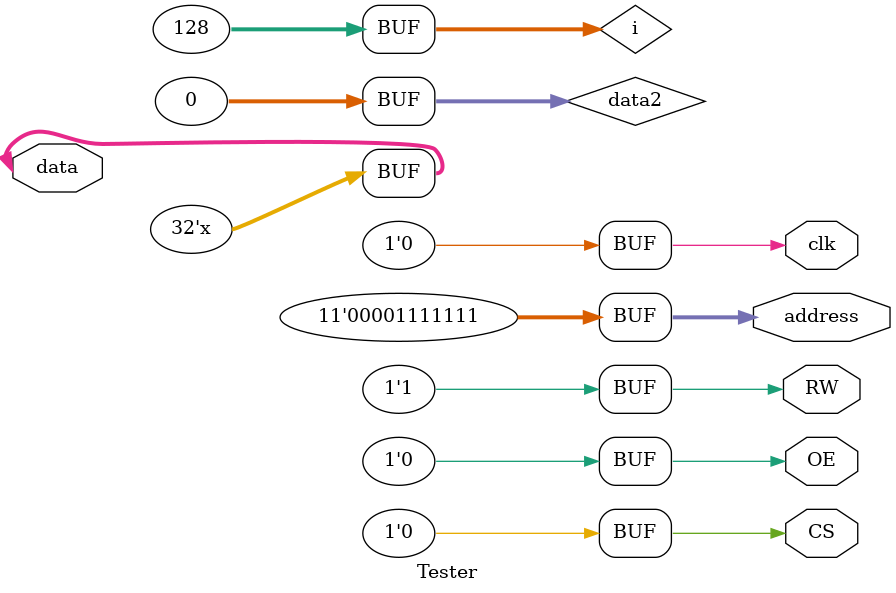
<source format=v>
`include "SRAM.v"

module testBench;
	wire [31:0] data;
	wire CS, OE, RW, clk;
	wire [10:0] address;
	
	SRAM my_SRAM (data, address,OE,CS,RW, clk);
	
	Tester aTester (data, address,OE,CS,RW, clk);
	
	initial
		begin
			$dumpfile ("tester.vcd");
			$dumpvars (1,my_SRAM);
		end
endmodule

module Tester (data, address,OE,CS,RW, clk);
	inout wire [31:0] data;
	output reg CS, OE, RW, clk;
	output reg [10:0] address;
	
	reg [31:0] data2=1'b0;
	
	integer i;
	
	parameter stimDelay = 1;
	assign data= (OE) ? data2 : 32'bz;
	
	initial
		begin
			//$display ("\t clk \t address \t data \t RW \t OE");
			$monitor ("\t clk:%b \t address:%d \t\t data:%d \t RW:%b \t OE:%b",clk,address,data,RW,OE);
		end
	initial
		begin
		/*
			for(i=0; i<128;i++) begin
				
				#stimDelay clk=1'b1;address=i; RW=1'b1; OE=1'b0;
				#stimDelay clk=1'b0;
			end
		*/
			
			CS=1'b0; i=0;
			#stimDelay clk=1'b1;address=i; data2=127-i; RW=1'b0; OE=1'b1;
				#stimDelay clk=1'b0;
				#stimDelay clk=1'b1; RW=1'b1;
				#stimDelay clk=1'b0;
			for(i=0; i<128;i=i+1) begin
				
				#stimDelay clk=1'b1;address=i; data2=127-i; RW=1'b0; OE=1'b1;
				#stimDelay clk=1'b0;
				//#stimDelay clk=1'b1;address=i; data2=127-i; RW=1'b0; OE=1'b1;
				//#stimDelay clk=1'b0;
				#stimDelay clk=1'b1; RW=1'b1;
				#stimDelay clk=1'b0;
				#stimDelay clk=1'b1;
				#stimDelay clk=1'b0;
				//#stimDelay clk=1'b1;
				//#stimDelay clk=1'b0;
				//#stimDelay clk=1'b1;
				//#stimDelay clk=1'b0;
				//#stimDelay clk=1'b1;
				//#stimDelay clk=1'b0;
				//#stimDelay clk=1'b1;
				//#stimDelay clk=1'b0;
				//#stimDelay clk=1'b1;
				//#stimDelay clk=1'b0;
			end
			CS=1'b0; i=0;
			for(i=0; i<128;i=i+1) begin
				
				#stimDelay clk=1'b1;address=i; RW=1'b1; OE=1'b0;
				#stimDelay clk=1'b0;
				#stimDelay clk=1'b1;
				#stimDelay clk=1'b0;
			end
		end
endmodule
</source>
